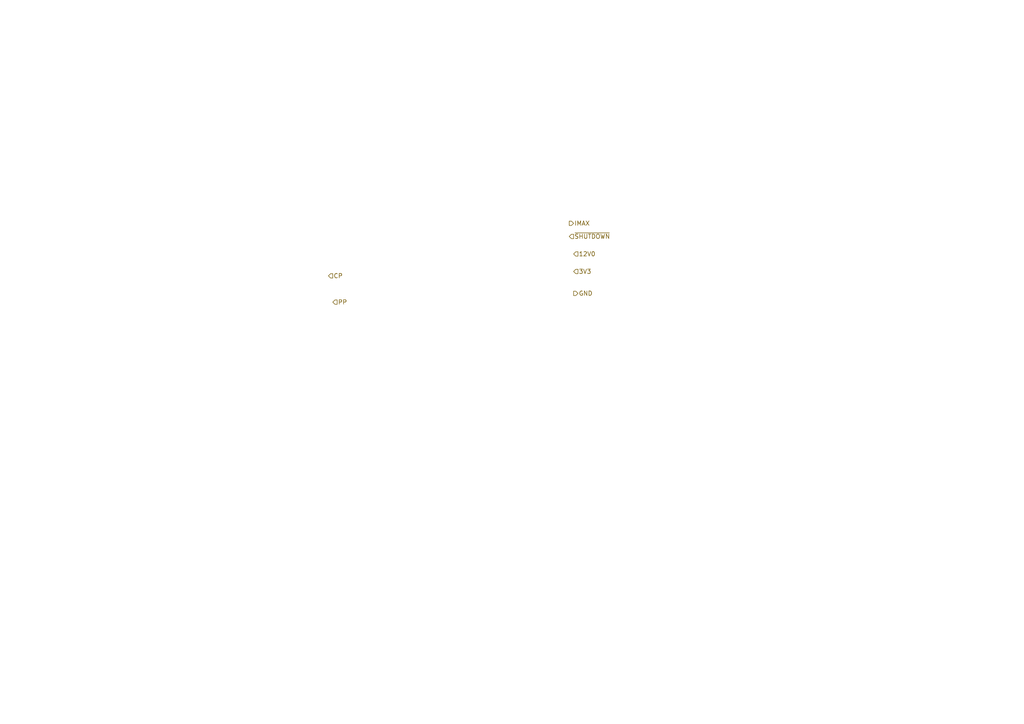
<source format=kicad_sch>
(kicad_sch (version 20210621) (generator eeschema)
  (paper "A4")
  (lib_symbols)
  (hierarchical_label "3V3" (shape input) (at 166.37 78.74 0))
  (hierarchical_label "PP" (shape input) (at 96.52 87.63 0))
  (hierarchical_label "IMAX" (shape output) (at 165.1 64.77 0))
  (hierarchical_label "12V0" (shape input) (at 166.37 73.66 0))
  (hierarchical_label "~{SHUTDOWN}" (shape input) (at 165.1 68.58 0))
  (hierarchical_label "GND" (shape output) (at 166.37 85.09 0))
  (hierarchical_label "CP" (shape input) (at 95.25 80.01 0))
)
</source>
